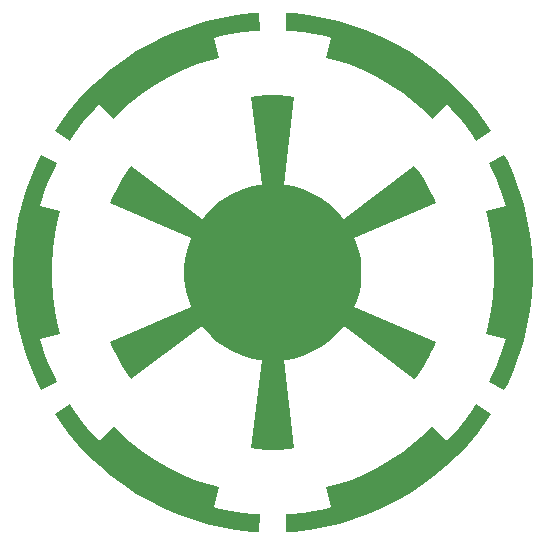
<source format=gto>
G04*
G04 #@! TF.GenerationSoftware,Altium Limited,Altium Designer,18.0.12 (696)*
G04*
G04 Layer_Color=65535*
%FSLAX25Y25*%
%MOIN*%
G70*
G01*
G75*
%ADD10C,0.00700*%
G36*
X557776Y311598D02*
X557776D01*
X555843Y311473D01*
X551989Y311085D01*
X548159Y310513D01*
X544360Y309757D01*
X542475Y309311D01*
X544142Y302626D01*
X541653Y301959D01*
X536752Y300367D01*
X531975Y298437D01*
X527344Y296178D01*
X522882Y293602D01*
X518610Y290721D01*
X514550Y287548D01*
X510721Y284101D01*
X508899Y282279D01*
X503943Y287065D01*
X503943Y287065D01*
X502614Y285656D01*
X500061Y282744D01*
X497649Y279712D01*
X495386Y276569D01*
X494312Y274957D01*
X489359Y278173D01*
Y278173D01*
Y278173D01*
D01*
X490749Y280313D01*
X493776Y284423D01*
X497039Y288346D01*
X500528Y292071D01*
X504230Y295584D01*
X508132Y298873D01*
X512221Y301927D01*
X516483Y304734D01*
X520903Y307286D01*
X525465Y309573D01*
X530154Y311588D01*
X534954Y313323D01*
X539847Y314772D01*
X544817Y315931D01*
X549847Y316795D01*
X554919Y317362D01*
X557467Y317495D01*
X557776Y311598D01*
D02*
G37*
G36*
X569081Y317362D02*
X574153Y316795D01*
X579183Y315931D01*
X584153Y314772D01*
X589046Y313323D01*
X593846Y311588D01*
X598535Y309573D01*
X603097Y307286D01*
X607517Y304734D01*
X611779Y301927D01*
X615868Y298873D01*
X619770Y295584D01*
X623472Y292071D01*
X626961Y288346D01*
X630224Y284423D01*
X633251Y280313D01*
X634641Y278173D01*
X634641Y278173D01*
X634641Y278173D01*
D01*
X629688Y274957D01*
X628614Y276569D01*
X626351Y279712D01*
X623940Y282744D01*
X621386Y285656D01*
X620057Y287065D01*
Y287065D01*
X615101Y282279D01*
X613279Y284101D01*
X609450Y287548D01*
X605390Y290721D01*
X601118Y293602D01*
X596656Y296178D01*
X592025Y298437D01*
X587248Y300367D01*
X582347Y301959D01*
X579858Y302626D01*
X579858D01*
X581525Y309311D01*
X579640Y309757D01*
X575842Y310513D01*
X572011Y311085D01*
X568157Y311473D01*
X566224Y311598D01*
X566533Y317495D01*
X569081Y317362D01*
D02*
G37*
G36*
X567406Y289835D02*
X569197Y289615D01*
X569197D01*
X565598Y260308D01*
X567070Y260127D01*
X569963Y259472D01*
X572776Y258531D01*
X575480Y257313D01*
X578048Y255830D01*
X580455Y254097D01*
X582676Y252132D01*
X584689Y249954D01*
X585582Y248770D01*
X585582Y248770D01*
X609164Y266540D01*
X610249Y265099D01*
X612241Y262090D01*
X614045Y258965D01*
X615656Y255735D01*
X616361Y254075D01*
X589180Y242537D01*
X589760Y241172D01*
X590639Y238340D01*
X591230Y235434D01*
X591528Y232483D01*
Y229517D01*
X591230Y226566D01*
X590639Y223660D01*
X589760Y220828D01*
X589180Y219463D01*
X616361Y207925D01*
X615656Y206264D01*
X614045Y203035D01*
X612241Y199910D01*
X610249Y196901D01*
X609164Y195460D01*
X585582Y213230D01*
X584689Y212046D01*
X582676Y209868D01*
X580455Y207903D01*
X578048Y206170D01*
X575480Y204687D01*
X572776Y203469D01*
X569963Y202528D01*
X567070Y201873D01*
X565598Y201693D01*
X569197Y172385D01*
X567406Y172165D01*
X563804Y171945D01*
X560196D01*
X556594Y172165D01*
X554803Y172385D01*
Y172385D01*
X558401Y201693D01*
X556930Y201873D01*
X554037Y202528D01*
X551225Y203469D01*
X548520Y204687D01*
X545952Y206170D01*
X543545Y207903D01*
X541324Y209868D01*
X539311Y212046D01*
X538418Y213230D01*
X514837Y195460D01*
X513751Y196901D01*
X511759Y199910D01*
X509955Y203035D01*
X508345Y206264D01*
X507640Y207925D01*
X507640Y207925D01*
X534820Y219463D01*
X534240Y220828D01*
X533361Y223660D01*
X532770Y226566D01*
X532472Y229517D01*
Y232483D01*
X532770Y235434D01*
X533361Y238340D01*
X534240Y241172D01*
X534820Y242537D01*
X534820Y242537D01*
X507640Y254075D01*
X508345Y255735D01*
X509955Y258965D01*
X511759Y262090D01*
X513751Y265099D01*
X514837Y266540D01*
Y266540D01*
X514837D01*
X538418Y248770D01*
X539311Y249954D01*
X541324Y252132D01*
X543545Y254097D01*
X545952Y255830D01*
X548520Y257313D01*
X551225Y258531D01*
X554037Y259472D01*
X556930Y260127D01*
X558401Y260308D01*
X558401Y260308D01*
X554803Y289615D01*
X556594Y289835D01*
X560196Y290055D01*
X563804D01*
X567406Y289835D01*
D02*
G37*
G36*
X640332Y268048D02*
X642378Y263373D01*
X644144Y258585D01*
X645625Y253701D01*
X646817Y248738D01*
X647714Y243714D01*
X648314Y238646D01*
X648614Y233552D01*
Y228448D01*
X648314Y223354D01*
X647714Y218285D01*
X646817Y213262D01*
X645625Y208299D01*
X644144Y203415D01*
X642378Y198627D01*
X640332Y193952D01*
X639174Y191678D01*
X633912Y194359D01*
X634770Y196095D01*
X636361Y199627D01*
X637781Y203231D01*
X639026Y206898D01*
X639582Y208754D01*
X632959Y210653D01*
X633626Y213142D01*
X634697Y218181D01*
X635415Y223284D01*
X635774Y228424D01*
Y233576D01*
X635415Y238716D01*
X634697Y243818D01*
X633626Y248858D01*
X632959Y251347D01*
X639582Y253246D01*
X639026Y255102D01*
X637781Y258769D01*
X636361Y262373D01*
X634770Y265905D01*
X633912Y267641D01*
X639174Y270322D01*
X640332Y268048D01*
D02*
G37*
G36*
X490088Y267641D02*
X489229Y265905D01*
X487639Y262373D01*
X486219Y258769D01*
X484974Y255102D01*
X484418Y253246D01*
X484418D01*
X491041Y251347D01*
X490374Y248858D01*
X489303Y243818D01*
X488586Y238716D01*
X488226Y233576D01*
Y228424D01*
X488586Y223284D01*
X489303Y218181D01*
X490374Y213142D01*
X491041Y210653D01*
X491041D01*
X484418Y208754D01*
X484974Y206898D01*
X486219Y203231D01*
X487639Y199627D01*
X489229Y196095D01*
X490088Y194359D01*
X490088Y194359D01*
Y194359D01*
X484826Y191678D01*
X483668Y193952D01*
X481623Y198627D01*
X479856Y203415D01*
X478375Y208299D01*
X477183Y213262D01*
X476286Y218285D01*
X475686Y223354D01*
X475386Y228448D01*
Y233552D01*
X475686Y238646D01*
X476286Y243714D01*
X477183Y248738D01*
X478375Y253701D01*
X479856Y258585D01*
X481623Y263373D01*
X483668Y268048D01*
X484826Y270322D01*
X484826D01*
X490088Y267641D01*
D02*
G37*
G36*
X634641Y183826D02*
X633251Y181686D01*
X630224Y177577D01*
X626961Y173654D01*
X623472Y169929D01*
X619770Y166416D01*
X615868Y163127D01*
X611779Y160073D01*
X607517Y157266D01*
X603097Y154714D01*
X598535Y152427D01*
X593846Y150412D01*
X589046Y148677D01*
X584153Y147228D01*
X579183Y146069D01*
X574153Y145205D01*
X569081Y144638D01*
X566533Y144504D01*
D01*
X566533D01*
X566533D01*
X566224Y150402D01*
X568157Y150526D01*
X572011Y150915D01*
X575842Y151487D01*
X579640Y152243D01*
X581525Y152689D01*
X579858Y159374D01*
X582347Y160041D01*
X587248Y161633D01*
X592025Y163563D01*
X596656Y165822D01*
X601118Y168398D01*
X605390Y171279D01*
X609450Y174451D01*
X613279Y177899D01*
X615101Y179721D01*
X620057Y174935D01*
X621386Y176344D01*
X623940Y179256D01*
X626351Y182288D01*
X628614Y185431D01*
X629688Y187043D01*
X629688D01*
X634641Y183826D01*
D02*
G37*
G36*
X495386Y185431D02*
X497649Y182288D01*
X500061Y179256D01*
X502614Y176344D01*
X503943Y174935D01*
X503943D01*
X508899Y179721D01*
X510721Y177899D01*
X514550Y174451D01*
X518610Y171279D01*
X522882Y168398D01*
X527344Y165822D01*
X531975Y163563D01*
X536752Y161633D01*
X541653Y160041D01*
X544142Y159374D01*
Y159374D01*
Y159374D01*
D01*
X542475Y152689D01*
X544360Y152243D01*
X548159Y151487D01*
X551989Y150915D01*
X555843Y150526D01*
X557776Y150402D01*
X557776Y150402D01*
X557467Y144504D01*
X554919Y144638D01*
X549847Y145205D01*
X544817Y146069D01*
X539847Y147228D01*
X534954Y148677D01*
X530154Y150412D01*
X525465Y152427D01*
X520903Y154714D01*
X516483Y157266D01*
X512221Y160073D01*
X508132Y163127D01*
X504230Y166416D01*
X500528Y169929D01*
X497039Y173654D01*
X493776Y177577D01*
X490749Y181686D01*
X489359Y183826D01*
X494312Y187043D01*
X495386Y185431D01*
D02*
G37*
D10*
X611446Y262165D02*
X613946Y257835D01*
X601054Y256165D02*
X603554Y251835D01*
X613946Y257835D01*
X601054Y256165D02*
X611446Y262165D01*
Y199335D02*
X613946Y203665D01*
X601054Y205335D02*
X603554Y209665D01*
X601054Y205335D02*
X611446Y199335D01*
X603554Y209665D02*
X613946Y203665D01*
X559500Y172500D02*
X564500D01*
X559500Y184500D02*
X564500D01*
X559500Y172500D02*
Y184500D01*
X564500Y172500D02*
Y184500D01*
X510054Y204165D02*
X512554Y199835D01*
X520446Y210165D02*
X522946Y205835D01*
X510054Y204165D02*
X520446Y210165D01*
X512554Y199835D02*
X522946Y205835D01*
X510054Y258335D02*
X512554Y262665D01*
X520446Y252335D02*
X522946Y256665D01*
X512554Y262665D02*
X522946Y256665D01*
X510054Y258335D02*
X520446Y252335D01*
X559500Y289700D02*
X564500D01*
X559500Y277700D02*
X564500D01*
Y289700D01*
X559500Y277700D02*
Y289700D01*
M02*

</source>
